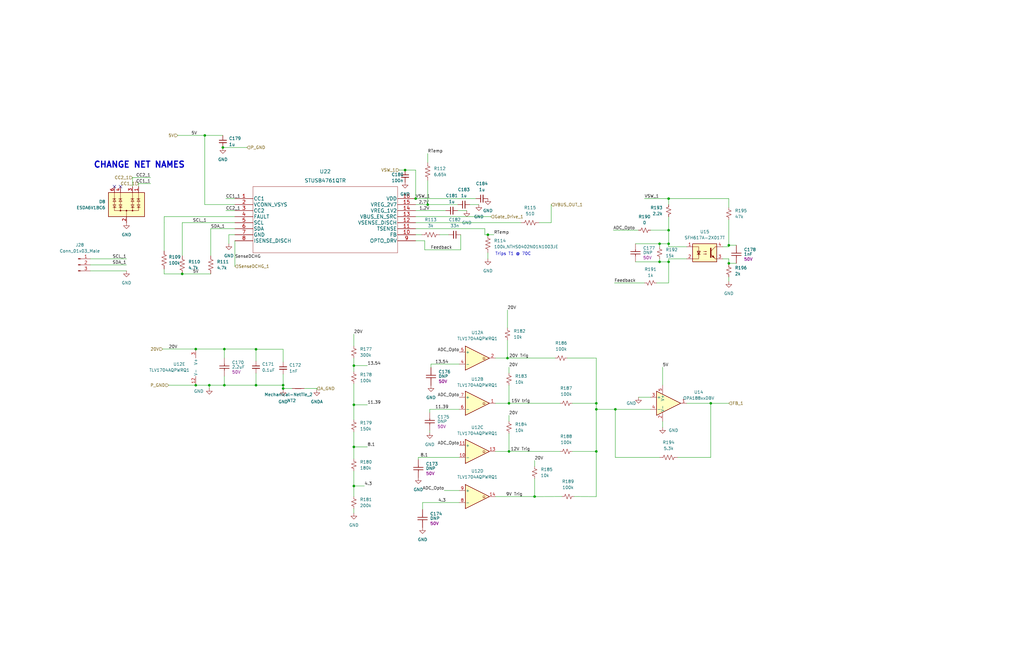
<source format=kicad_sch>
(kicad_sch (version 20230121) (generator eeschema)
  (paper "B")
  (lib_symbols
    (symbol "Amplifier_Operational:OPA188xxDBV" (pin_names (offset 0.127))
      (property "Reference" "U" (at 0 5.08 0))
      (property "Value" "OPA188xxDBV" (at 0 -5.08 0))
      (symbol "OPA188xxDBV_0_1"
        (polyline (pts (xy -5.08 5.08) (xy 5.08 0) (xy -5.08 -5.08) (xy -5.08 5.08)) (stroke (width 0.254)) (fill (type background)))
        (pin power_in line (at -2.54 -7.62 90) (length 3.81) (name "V-") (number "2"))
        (pin power_in line (at -2.54 7.62 270) (length 3.81) (name "V+") (number "5"))
      )
      (symbol "OPA188xxDBV_1_1"
        (pin output line (at 7.62 0 180) (length 2.54) (name "~") (number "1"))
        (pin input line (at -7.62 2.54 0) (length 2.54) (name "+") (number "3"))
        (pin input line (at -7.62 -2.54 0) (length 2.54) (name "-") (number "4"))
      )
    )
    (symbol "BCU_AltiumImport-altium-import:0_Cap"
      (property "Value" "0_Cap" (at 0 0 0))
      (symbol "0_Cap_1_0"
        (polyline (pts (xy -2.032 -3.302) (xy 2.032 -3.302)) (stroke (width 0.254)))
        (polyline (pts (xy 0 -5.08) (xy 0 -4.318)) (stroke (width 0.254)))
        (polyline (pts (xy 0 -2.54) (xy 0 -3.302)) (stroke (width 0.254)))
        (polyline (pts (xy 2.032 -4.318) (xy -2.032 -4.318)) (stroke (width 0.254)))
        (pin passive line (at 0 0 270) (length 2.54) (name "1") (number "1"))
        (pin passive line (at 0 -7.62 90) (length 2.54) (name "2") (number "2"))
      )
    )
    (symbol "Comparator:LM339" (pin_names (offset 0.127))
      (property "Reference" "U" (at 0 5.08 0))
      (property "Value" "LM339" (at 0 -5.08 0))
      (symbol "LM339_1_1"
        (polyline (pts (xy -5.08 5.08) (xy 5.08 0) (xy -5.08 -5.08) (xy -5.08 5.08)) (stroke (width 0.254)) (fill (type background)))
        (polyline (pts (xy 3.302 -0.508) (xy 2.794 -0.508) (xy 3.302 0) (xy 2.794 0.508) (xy 2.286 0) (xy 2.794 -0.508) (xy 2.286 -0.508)) (stroke (width 0.127)))
        (pin open_collector line (at 7.62 0 180) (length 2.54) (name "~") (number "2"))
        (pin input line (at -7.62 -2.54 0) (length 2.54) (name "-") (number "4"))
        (pin input line (at -7.62 2.54 0) (length 2.54) (name "+") (number "5"))
      )
      (symbol "LM339_2_1"
        (polyline (pts (xy -5.08 5.08) (xy 5.08 0) (xy -5.08 -5.08) (xy -5.08 5.08)) (stroke (width 0.254)) (fill (type background)))
        (polyline (pts (xy 3.302 -0.508) (xy 2.794 -0.508) (xy 3.302 0) (xy 2.794 0.508) (xy 2.286 0) (xy 2.794 -0.508) (xy 2.286 -0.508)) (stroke (width 0.127)))
        (pin open_collector line (at 7.62 0 180) (length 2.54) (name "~") (number "1"))
        (pin input line (at -7.62 -2.54 0) (length 2.54) (name "-") (number "6"))
        (pin input line (at -7.62 2.54 0) (length 2.54) (name "+") (number "7"))
      )
      (symbol "LM339_3_1"
        (polyline (pts (xy -5.08 5.08) (xy 5.08 0) (xy -5.08 -5.08) (xy -5.08 5.08)) (stroke (width 0.254)) (fill (type background)))
        (polyline (pts (xy 3.302 -0.508) (xy 2.794 -0.508) (xy 3.302 0) (xy 2.794 0.508) (xy 2.286 0) (xy 2.794 -0.508) (xy 2.286 -0.508)) (stroke (width 0.127)))
        (pin input line (at -7.62 -2.54 0) (length 2.54) (name "-") (number "10"))
        (pin input line (at -7.62 2.54 0) (length 2.54) (name "+") (number "11"))
        (pin open_collector line (at 7.62 0 180) (length 2.54) (name "~") (number "13"))
      )
      (symbol "LM339_4_1"
        (polyline (pts (xy -5.08 5.08) (xy 5.08 0) (xy -5.08 -5.08) (xy -5.08 5.08)) (stroke (width 0.254)) (fill (type background)))
        (polyline (pts (xy 3.302 -0.508) (xy 2.794 -0.508) (xy 3.302 0) (xy 2.794 0.508) (xy 2.286 0) (xy 2.794 -0.508) (xy 2.286 -0.508)) (stroke (width 0.127)))
        (pin open_collector line (at 7.62 0 180) (length 2.54) (name "~") (number "14"))
        (pin input line (at -7.62 -2.54 0) (length 2.54) (name "-") (number "8"))
        (pin input line (at -7.62 2.54 0) (length 2.54) (name "+") (number "9"))
      )
      (symbol "LM339_5_1"
        (pin power_in line (at -2.54 -7.62 90) (length 3.81) (name "V-") (number "12"))
        (pin power_in line (at -2.54 7.62 270) (length 3.81) (name "V+") (number "3"))
      )
    )
    (symbol "Connector:Conn_01x03_Male" (pin_names (offset 1.016) hide)
      (property "Reference" "J" (at 0 5.08 0))
      (property "Value" "Conn_01x03_Male" (at 0 -5.08 0))
      (symbol "Conn_01x03_Male_1_1"
        (polyline (pts (xy 1.27 -2.54) (xy 0.8636 -2.54)) (stroke (width 0.1524)))
        (polyline (pts (xy 1.27 0) (xy 0.8636 0)) (stroke (width 0.1524)))
        (polyline (pts (xy 1.27 2.54) (xy 0.8636 2.54)) (stroke (width 0.1524)))
        (rectangle (start 0.8636 -2.413) (end 0 -2.667) (stroke (width 0.1524)) (fill (type outline)))
        (rectangle (start 0.8636 0.127) (end 0 -0.127) (stroke (width 0.1524)) (fill (type outline)))
        (rectangle (start 0.8636 2.667) (end 0 2.413) (stroke (width 0.1524)) (fill (type outline)))
        (pin passive line (at 5.08 2.54 180) (length 3.81) (name "Pin_1") (number "1"))
        (pin passive line (at 5.08 0 180) (length 3.81) (name "Pin_2") (number "2"))
        (pin passive line (at 5.08 -2.54 180) (length 3.81) (name "Pin_3") (number "3"))
      )
    )
    (symbol "Device:C_Small" (pin_numbers hide) (pin_names (offset 0.254) hide)
      (property "Reference" "C" (at 0.254 1.778 0))
      (property "Value" "C_Small" (at 0.254 -2.032 0))
      (symbol "C_Small_0_1"
        (polyline (pts (xy -1.524 -0.508) (xy 1.524 -0.508)) (stroke (width 0.3302)))
        (polyline (pts (xy -1.524 0.508) (xy 1.524 0.508)) (stroke (width 0.3048)))
      )
      (symbol "C_Small_1_1"
        (pin passive line (at 0 2.54 270) (length 2.032) (name "~") (number "1"))
        (pin passive line (at 0 -2.54 90) (length 2.032) (name "~") (number "2"))
      )
    )
    (symbol "Device:NetTie_2" (pin_numbers hide) (pin_names (offset 0) hide)
      (property "Reference" "NT" (at 0 1.27 0))
      (property "Value" "NetTie_2" (at 0 -1.27 0))
      (symbol "NetTie_2_0_1"
        (polyline (pts (xy -1.27 0) (xy 1.27 0)) (stroke (width 0.254)))
      )
      (symbol "NetTie_2_1_1"
        (pin passive line (at -2.54 0 0) (length 2.54) (name "1") (number "1"))
        (pin passive line (at 2.54 0 180) (length 2.54) (name "2") (number "2"))
      )
    )
    (symbol "Device:R_Small_US" (pin_numbers hide) (pin_names (offset 0.254) hide)
      (property "Reference" "R" (at 0.762 0.508 0))
      (property "Value" "R_Small_US" (at 0.762 -1.016 0))
      (symbol "R_Small_US_1_1"
        (polyline (pts (xy 0 0) (xy 1.016 -0.381) (xy 0 -0.762) (xy -1.016 -1.143) (xy 0 -1.524)))
        (polyline (pts (xy 0 1.524) (xy 1.016 1.143) (xy 0 0.762) (xy -1.016 0.381) (xy 0 0)))
        (pin passive line (at 0 2.54 270) (length 1.016) (name "~") (number "1"))
        (pin passive line (at 0 -2.54 90) (length 1.016) (name "~") (number "2"))
      )
    )
    (symbol "Device:R_US" (pin_numbers hide) (pin_names (offset 0))
      (property "Reference" "R" (at 2.54 0 90))
      (property "Value" "R_US" (at -2.54 0 90))
      (symbol "R_US_0_1"
        (polyline (pts (xy 0 -2.286) (xy 0 -2.54)))
        (polyline (pts (xy 0 2.286) (xy 0 2.54)))
        (polyline (pts (xy 0 -0.762) (xy 1.016 -1.143) (xy 0 -1.524) (xy -1.016 -1.905) (xy 0 -2.286)))
        (polyline (pts (xy 0 0.762) (xy 1.016 0.381) (xy 0 0) (xy -1.016 -0.381) (xy 0 -0.762)))
        (polyline (pts (xy 0 2.286) (xy 1.016 1.905) (xy 0 1.524) (xy -1.016 1.143) (xy 0 0.762)))
      )
      (symbol "R_US_1_1"
        (pin passive line (at 0 3.81 270) (length 1.27) (name "~") (number "1"))
        (pin passive line (at 0 -3.81 90) (length 1.27) (name "~") (number "2"))
      )
    )
    (symbol "Interface_USB:STUSB4761QTR" (pin_names (offset 0.254))
      (property "Reference" "U" (at 38.1 10.16 0))
      (property "Value" "STUSB4761QTR" (at 38.1 7.62 0))
      (symbol "STUSB4761QTR_1_1"
        (polyline (pts (xy 7.62 -22.86) (xy 68.58 -22.86)) (stroke (width 0.127)))
        (polyline (pts (xy 7.62 5.08) (xy 7.62 -22.86)) (stroke (width 0.127)))
        (polyline (pts (xy 68.58 -22.86) (xy 68.58 5.08)) (stroke (width 0.127)))
        (polyline (pts (xy 68.58 5.08) (xy 7.62 5.08)) (stroke (width 0.127)))
        (pin bidirectional line (at 0 0 0) (length 7.62) (name "CC1") (number "1"))
        (pin unspecified line (at 76.2 -15.24 180) (length 7.62) (name "FB") (number "10"))
        (pin unspecified line (at 76.2 -12.7 180) (length 7.62) (name "TSENSE") (number "11"))
        (pin unspecified line (at 76.2 -10.16 180) (length 7.62) (name "VSENSE_DISCH") (number "12"))
        (pin unspecified line (at 76.2 -7.62 180) (length 7.62) (name "VBUS_EN_SRC") (number "13"))
        (pin bidirectional line (at 76.2 -5.08 180) (length 7.62) (name "VREG_1V2") (number "14"))
        (pin bidirectional line (at 76.2 -2.54 180) (length 7.62) (name "VREG_2V7") (number "15"))
        (pin power_in line (at 76.2 0 180) (length 7.62) (name "VDD") (number "16"))
        (pin unspecified line (at 0 -2.54 0) (length 7.62) (name "VCONN_VSYS") (number "2"))
        (pin bidirectional line (at 0 -5.08 0) (length 7.62) (name "CC2") (number "3"))
        (pin unspecified line (at 0 -7.62 0) (length 7.62) (name "FAULT") (number "4"))
        (pin unspecified line (at 0 -10.16 0) (length 7.62) (name "SCL") (number "5"))
        (pin unspecified line (at 0 -12.7 0) (length 7.62) (name "SDA") (number "6"))
        (pin power_in line (at 0 -15.24 0) (length 7.62) (name "GND") (number "7"))
        (pin unspecified line (at 0 -17.78 0) (length 7.62) (name "ISENSE_DISCH") (number "8"))
        (pin unspecified line (at 76.2 -17.78 180) (length 7.62) (name "OPTO_DRV") (number "9"))
      )
    )
    (symbol "Isolator:SFH617A-2X017T" (pin_names (offset 1.016))
      (property "Reference" "U" (at -5.08 6.35 0))
      (property "Value" "SFH617A-2X017T" (at -5.08 -6.35 0))
      (symbol "SFH617A-2X017T_0_1"
        (rectangle (start -5.08 3.81) (end 5.08 -3.81) (stroke (width 0.254)) (fill (type background)))
        (polyline (pts (xy -3.175 -0.635) (xy -1.905 -0.635)) (stroke (width 0.254)))
        (polyline (pts (xy 2.54 0.635) (xy 4.445 2.54)))
        (polyline (pts (xy 4.445 -2.54) (xy 2.54 -0.635)) (fill (type outline)))
        (polyline (pts (xy 4.445 -2.54) (xy 5.08 -2.54)))
        (polyline (pts (xy 4.445 2.54) (xy 5.08 2.54)))
        (polyline (pts (xy -2.54 -0.635) (xy -2.54 -2.54) (xy -5.08 -2.54)))
        (polyline (pts (xy 2.54 1.905) (xy 2.54 -1.905) (xy 2.54 -1.905)) (stroke (width 0.508)))
        (polyline (pts (xy -5.08 2.54) (xy -2.54 2.54) (xy -2.54 -1.27) (xy -2.54 0.635)))
        (polyline (pts (xy -2.54 -0.635) (xy -3.175 0.635) (xy -1.905 0.635) (xy -2.54 -0.635)) (stroke (width 0.254)))
        (polyline (pts (xy -0.508 -0.508) (xy 0.762 -0.508) (xy 0.381 -0.635) (xy 0.381 -0.381) (xy 0.762 -0.508)))
        (polyline (pts (xy -0.508 0.508) (xy 0.762 0.508) (xy 0.381 0.381) (xy 0.381 0.635) (xy 0.762 0.508)))
        (polyline (pts (xy 3.048 -1.651) (xy 3.556 -1.143) (xy 4.064 -2.159) (xy 3.048 -1.651) (xy 3.048 -1.651)) (fill (type outline)))
      )
      (symbol "SFH617A-2X017T_1_1"
        (pin passive line (at -7.62 2.54 0) (length 2.54) (name "~") (number "1"))
        (pin passive line (at -7.62 -2.54 0) (length 2.54) (name "~") (number "2"))
        (pin passive line (at 7.62 -2.54 180) (length 2.54) (name "~") (number "3"))
        (pin passive line (at 7.62 2.54 180) (length 2.54) (name "~") (number "4"))
      )
    )
    (symbol "Power_Protection:ESDA6V1BC6" (pin_names hide)
      (property "Reference" "D" (at -2.54 -6.35 0))
      (property "Value" "ESDA6V1BC6" (at 1.27 -6.35 0))
      (symbol "ESDA6V1BC6_0_0"
        (pin passive line (at 0 -7.62 90) (length 2.54) (name "COM") (number "2"))
      )
      (symbol "ESDA6V1BC6_0_1"
        (rectangle (start -7.62 5.08) (end 7.62 -5.08) (stroke (width 0.254)) (fill (type background)))
        (circle (center -2.54 -2.54) (radius 0.254) (fill (type outline)))
        (circle (center 0 -2.54) (radius 0.254) (fill (type outline)))
        (polyline (pts (xy -5.08 -2.54) (xy -5.08 -1.27)))
        (polyline (pts (xy -5.08 -2.54) (xy 5.08 -2.54)))
        (polyline (pts (xy -5.08 2.54) (xy -5.08 -1.27)))
        (polyline (pts (xy -5.08 5.08) (xy -5.08 2.54)))
        (polyline (pts (xy -2.54 -2.54) (xy -2.54 -1.27)))
        (polyline (pts (xy -2.54 2.54) (xy -2.54 -1.27)))
        (polyline (pts (xy -2.54 5.08) (xy -2.54 2.54)))
        (polyline (pts (xy 0 -2.54) (xy 0 -5.08)))
        (polyline (pts (xy 2.54 -2.54) (xy 2.54 -1.27)))
        (polyline (pts (xy 2.54 2.54) (xy 2.54 -1.27)))
        (polyline (pts (xy 2.54 5.08) (xy 2.54 2.54)))
        (polyline (pts (xy 5.08 -2.54) (xy 5.08 -1.27)))
        (polyline (pts (xy 5.08 2.54) (xy 5.08 -1.27)))
        (polyline (pts (xy 5.08 5.08) (xy 5.08 2.54)))
        (polyline (pts (xy -5.715 -1.016) (xy -5.715 -1.27) (xy -4.445 -1.27)))
        (polyline (pts (xy -5.715 2.54) (xy -4.445 2.54) (xy -4.445 2.286)))
        (polyline (pts (xy -3.175 -1.016) (xy -3.175 -1.27) (xy -1.905 -1.27)))
        (polyline (pts (xy -3.175 2.54) (xy -1.905 2.54) (xy -1.905 2.286)))
        (polyline (pts (xy 1.905 -1.016) (xy 1.905 -1.27) (xy 3.175 -1.27)))
        (polyline (pts (xy 1.905 2.54) (xy 3.175 2.54) (xy 3.175 2.286)))
        (polyline (pts (xy 4.445 -1.016) (xy 4.445 -1.27) (xy 5.715 -1.27)))
        (polyline (pts (xy 4.445 2.54) (xy 5.715 2.54) (xy 5.715 2.286)))
        (polyline (pts (xy -5.08 -1.27) (xy -5.715 0) (xy -4.445 0) (xy -5.08 -1.27)))
        (polyline (pts (xy -5.08 2.54) (xy -4.445 1.27) (xy -5.715 1.27) (xy -5.08 2.54)))
        (polyline (pts (xy -2.54 -1.27) (xy -3.175 0) (xy -1.905 0) (xy -2.54 -1.27)))
        (polyline (pts (xy -2.54 2.54) (xy -1.905 1.27) (xy -3.175 1.27) (xy -2.54 2.54)))
        (polyline (pts (xy 2.54 -1.27) (xy 1.905 0) (xy 3.175 0) (xy 2.54 -1.27)))
        (polyline (pts (xy 2.54 2.54) (xy 3.175 1.27) (xy 1.905 1.27) (xy 2.54 2.54)))
        (polyline (pts (xy 5.08 -1.27) (xy 4.445 0) (xy 5.715 0) (xy 5.08 -1.27)))
        (polyline (pts (xy 5.08 2.54) (xy 5.715 1.27) (xy 4.445 1.27) (xy 5.08 2.54)))
        (circle (center 2.54 -2.54) (radius 0.254) (fill (type outline)))
      )
      (symbol "ESDA6V1BC6_1_1"
        (pin passive line (at -5.08 7.62 270) (length 2.54) (name "TVS1") (number "1"))
        (pin passive line (at -2.54 7.62 270) (length 2.54) (name "TVS2") (number "3"))
        (pin passive line (at 2.54 7.62 270) (length 2.54) (name "TVS3") (number "4"))
        (pin passive line (at 0 -7.62 90) (length 2.54) hide (name "COM") (number "5"))
        (pin passive line (at 5.08 7.62 270) (length 2.54) (name "TVS4") (number "6"))
      )
    )
    (symbol "power:GND" (power) (pin_names (offset 0))
      (property "Value" "GND" (at 0 -3.81 0))
      (symbol "GND_0_1"
        (polyline (pts (xy 0 0) (xy 0 -1.27) (xy 1.27 -1.27) (xy 0 -2.54) (xy -1.27 -1.27) (xy 0 -1.27)))
      )
      (symbol "GND_1_1"
        (pin power_in line (at 0 0 270) (length 0) hide (name "GND") (number "1"))
      )
    )
    (symbol "power:GNDA" (power) (pin_names (offset 0))
      (property "Value" "GNDA" (at 0 -3.81 0))
      (symbol "GNDA_0_1"
        (polyline (pts (xy 0 0) (xy 0 -1.27) (xy 1.27 -1.27) (xy 0 -2.54) (xy -1.27 -1.27) (xy 0 -1.27)))
      )
      (symbol "GNDA_1_1"
        (pin power_in line (at 0 0 270) (length 0) hide (name "GNDA") (number "1"))
      )
    )
  )
  (junction (at 82.55 147.32))
  (junction (at 259.4916 172.72))
  (junction (at 214.63 170.18))
  (junction (at 205.74 99.06))
  (junction (at 76.835 115.57))
  (junction (at 119.38 163.9453))
  (junction (at 251.46 190.5))
  (junction (at 180.34 86.36))
  (junction (at 119.38 162.56))
  (junction (at 213.995 151.13))
  (junction (at 281.94 83.82))
  (junction (at 281.94 110.49))
  (junction (at 86.36 57.15))
  (junction (at 225.425 209.55))
  (junction (at 93.98 62.23))
  (junction (at 175.26 83.82))
  (junction (at 278.13 102.87))
  (junction (at 88.265 162.56))
  (junction (at 307.34 103.505))
  (junction (at 278.13 110.49))
  (junction (at 82.55 162.56))
  (junction (at 281.94 102.87))
  (junction (at 149.225 188.595))
  (junction (at 149.225 205.105))
  (junction (at 281.94 97.155))
  (junction (at 299.72 170.18))
  (junction (at 149.225 154.305))
  (junction (at 307.34 111.125))
  (junction (at 94.615 147.32))
  (junction (at 149.225 170.815))
  (junction (at 251.46 170.18))
  (junction (at 107.95 147.3883))
  (junction (at 170.815 71.755))
  (junction (at 251.46 172.72))
  (junction (at 214.63 190.5))
  (junction (at 94.615 162.56))
  (junction (at 107.95 162.56))
  (no_connect (at 48.26 78.74))
  (no_connect (at 50.8 78.74))
  (wire (pts (xy 76.835 115.57) (xy 88.9 115.57)))
  (wire (pts (xy 278.13 110.49) (xy 278.13 109.22)))
  (wire (pts (xy 276.86 119.38) (xy 281.94 119.38)))
  (wire (pts (xy 271.78 83.82) (xy 281.94 83.82)))
  (wire (pts (xy 149.225 198.755) (xy 149.225 205.105)))
  (wire (pts (xy 279.4 180.34) (xy 279.4 177.8)))
  (wire (pts (xy 149.225 170.815) (xy 149.225 177.165)))
  (wire (pts (xy 86.36 86.36) (xy 86.36 57.15)))
  (wire (pts (xy 251.46 172.72) (xy 251.46 190.5)))
  (wire (pts (xy 149.225 205.105) (xy 153.67 205.105)))
  (wire (pts (xy 149.225 214.63) (xy 149.225 216.535)))
  (wire (pts (xy 53.34 111.76) (xy 38.1 111.76)))
  (wire (pts (xy 187.325 207.01) (xy 193.675 207.01)))
  (wire (pts (xy 180.34 76.2) (xy 180.34 86.36)))
  (wire (pts (xy 149.225 161.925) (xy 149.225 170.815)))
  (wire (pts (xy 170.815 71.755) (xy 175.26 71.755)))
  (wire (pts (xy 236.9876 209.5363) (xy 225.425 209.5741)))
  (wire (pts (xy 181.229 174.117) (xy 181.229 172.72)))
  (wire (pts (xy 225.425 194.31) (xy 225.425 196.85)))
  (wire (pts (xy 149.225 151.13) (xy 149.225 154.305)))
  (wire (pts (xy 179.07 101.6) (xy 175.26 101.6)))
  (wire (pts (xy 281.94 102.87) (xy 278.13 102.87)))
  (wire (pts (xy 149.225 188.595) (xy 149.225 193.675)))
  (wire (pts (xy 196.85 88.9) (xy 193.04 88.9)))
  (wire (pts (xy 214.63 162.56) (xy 214.63 170.18)))
  (wire (pts (xy 307.34 103.505) (xy 307.34 104.14)))
  (wire (pts (xy 267.97 102.87) (xy 278.13 102.87)))
  (wire (pts (xy 99.06 101.6) (xy 99.06 112.395)))
  (wire (pts (xy 201.93 86.36) (xy 198.12 86.36)))
  (wire (pts (xy 208.915 209.55) (xy 225.425 209.55)))
  (wire (pts (xy 299.72 170.18) (xy 289.56 170.18)))
  (wire (pts (xy 76.835 93.98) (xy 76.835 107.95)))
  (wire (pts (xy 99.06 99.06) (xy 96.52 99.06)))
  (wire (pts (xy 181.737 153.67) (xy 193.675 153.67)))
  (wire (pts (xy 181.737 155.067) (xy 181.737 153.67)))
  (wire (pts (xy 259.4916 172.72) (xy 259.4916 193.04)))
  (wire (pts (xy 251.46 151.13) (xy 251.46 170.18)))
  (wire (pts (xy 281.94 109.22) (xy 289.56 109.22)))
  (wire (pts (xy 107.95 157.48) (xy 107.95 162.56)))
  (wire (pts (xy 278.13 193.04) (xy 259.4916 193.04)))
  (wire (pts (xy 149.225 205.105) (xy 149.225 209.55)))
  (wire (pts (xy 177.2849 193.0384) (xy 193.675 193.04)))
  (wire (pts (xy 96.52 99.06) (xy 96.52 102.87)))
  (wire (pts (xy 214.63 170.18) (xy 236.22 170.18)))
  (wire (pts (xy 181.229 172.72) (xy 193.675 172.72)))
  (wire (pts (xy 307.34 111.125) (xy 310.515 111.125)))
  (wire (pts (xy 225.425 209.5741) (xy 225.425 209.55)))
  (wire (pts (xy 208.915 190.5) (xy 214.63 190.5)))
  (wire (pts (xy 180.34 86.36) (xy 175.26 86.36)))
  (wire (pts (xy 307.34 116.84) (xy 307.34 118.745)))
  (wire (pts (xy 307.34 104.14) (xy 304.8 104.14)))
  (wire (pts (xy 119.38 163.9453) (xy 119.38 164.465)))
  (wire (pts (xy 168.275 71.755) (xy 170.815 71.755)))
  (wire (pts (xy 69.215 91.44) (xy 69.215 93.98)))
  (wire (pts (xy 251.46 190.5) (xy 251.46 209.5741)))
  (wire (pts (xy 107.95 152.4) (xy 107.95 147.3883)))
  (wire (pts (xy 251.46 172.72) (xy 251.46 170.18)))
  (wire (pts (xy 71.12 162.56) (xy 82.55 162.56)))
  (wire (pts (xy 53.34 114.3) (xy 38.1 114.3)))
  (wire (pts (xy 259.4916 172.72) (xy 274.32 172.72)))
  (wire (pts (xy 307.34 111.125) (xy 307.34 111.76)))
  (wire (pts (xy 307.34 103.505) (xy 310.515 103.505)))
  (wire (pts (xy 119.38 157.861) (xy 119.38 162.56)))
  (wire (pts (xy 176.403 193.929) (xy 176.403 193.0384)))
  (wire (pts (xy 232.41 86.36) (xy 232.41 93.98)))
  (wire (pts (xy 214.63 182.88) (xy 214.63 190.5)))
  (wire (pts (xy 82.55 147.32) (xy 94.615 147.32)))
  (wire (pts (xy 208.915 170.18) (xy 214.63 170.18)))
  (wire (pts (xy 205.74 99.06) (xy 208.28 99.06)))
  (wire (pts (xy 204.47 96.52) (xy 204.47 99.06)))
  (wire (pts (xy 281.94 83.82) (xy 281.94 86.36)))
  (wire (pts (xy 178.181 212.09) (xy 193.675 212.09)))
  (wire (pts (xy 86.36 57.15) (xy 74.93 57.15)))
  (wire (pts (xy 149.225 154.305) (xy 149.225 156.845)))
  (wire (pts (xy 119.38 147.3883) (xy 107.95 147.3883)))
  (wire (pts (xy 279.4 154.94) (xy 279.4 162.56)))
  (wire (pts (xy 149.225 182.245) (xy 149.225 188.595)))
  (wire (pts (xy 181.229 182.499) (xy 181.229 181.737)))
  (wire (pts (xy 214.63 190.5) (xy 236.22 190.5)))
  (wire (pts (xy 149.225 188.595) (xy 154.94 188.595)))
  (wire (pts (xy 177.8 99.06) (xy 175.26 99.06)))
  (wire (pts (xy 99.06 86.36) (xy 86.36 86.36)))
  (wire (pts (xy 267.97 110.49) (xy 278.13 110.49)))
  (wire (pts (xy 307.34 109.22) (xy 307.34 111.125)))
  (wire (pts (xy 119.888 163.9453) (xy 119.38 163.9453)))
  (wire (pts (xy 251.46 190.5) (xy 241.3 190.5)))
  (wire (pts (xy 239.1792 151.1178) (xy 251.46 151.13)))
  (wire (pts (xy 193.04 86.36) (xy 180.34 86.36)))
  (wire (pts (xy 69.2016 113.523) (xy 69.2016 115.57)))
  (wire (pts (xy 241.3 170.18) (xy 251.46 170.18)))
  (wire (pts (xy 278.13 102.87) (xy 278.13 104.14)))
  (wire (pts (xy 208.915 151.13) (xy 213.995 151.13)))
  (wire (pts (xy 281.94 110.49) (xy 281.94 109.22)))
  (wire (pts (xy 88.265 163.83) (xy 88.265 162.56)))
  (wire (pts (xy 207.01 91.44) (xy 175.26 91.44)))
  (wire (pts (xy 194.31 105.41) (xy 179.07 105.41)))
  (wire (pts (xy 94.615 147.32) (xy 94.615 151.13)))
  (wire (pts (xy 281.94 91.44) (xy 281.94 97.155)))
  (wire (pts (xy 281.94 104.14) (xy 289.56 104.14)))
  (wire (pts (xy 55.88 78.74) (xy 55.88 74.93)))
  (wire (pts (xy 227.33 93.98) (xy 232.41 93.98)))
  (wire (pts (xy 189.23 99.06) (xy 185.42 99.06)))
  (wire (pts (xy 88.9 96.52) (xy 88.9 107.95)))
  (wire (pts (xy 307.34 92.71) (xy 307.34 103.505)))
  (wire (pts (xy 269.24 167.64) (xy 274.32 167.64)))
  (wire (pts (xy 82.55 162.56) (xy 88.265 162.56)))
  (wire (pts (xy 179.07 105.41) (xy 179.07 101.6)))
  (wire (pts (xy 99.06 91.44) (xy 69.215 91.44)))
  (wire (pts (xy 175.26 96.52) (xy 204.47 96.52)))
  (wire (pts (xy 278.13 110.49) (xy 281.94 110.49)))
  (wire (pts (xy 200.66 83.82) (xy 175.26 83.82)))
  (wire (pts (xy 219.71 93.98) (xy 175.26 93.98)))
  (wire (pts (xy 119.888 163.957) (xy 119.888 163.9453)))
  (wire (pts (xy 299.72 170.18) (xy 307.34 170.18)))
  (wire (pts (xy 104.14 62.23) (xy 93.98 62.23)))
  (wire (pts (xy 274.32 97.155) (xy 281.94 97.155)))
  (wire (pts (xy 94.615 147.32) (xy 107.95 147.32)))
  (wire (pts (xy 149.225 154.305) (xy 154.94 154.305)))
  (wire (pts (xy 213.995 130.81) (xy 213.995 138.43)))
  (wire (pts (xy 214.63 154.94) (xy 214.63 157.48)))
  (wire (pts (xy 194.31 99.06) (xy 194.31 105.41)))
  (wire (pts (xy 175.26 71.755) (xy 175.26 83.82)))
  (wire (pts (xy 213.995 143.51) (xy 213.995 151.13)))
  (wire (pts (xy 299.72 193.04) (xy 299.72 170.18)))
  (wire (pts (xy 119.38 152.781) (xy 119.38 147.3883)))
  (wire (pts (xy 123.19 163.957) (xy 119.888 163.957)))
  (wire (pts (xy 94.615 162.56) (xy 107.95 162.56)))
  (wire (pts (xy 119.38 162.56) (xy 107.95 162.56)))
  (wire (pts (xy 187.96 88.9) (xy 175.26 88.9)))
  (wire (pts (xy 88.9 96.52) (xy 99.06 96.52)))
  (wire (pts (xy 119.38 162.56) (xy 119.38 163.9453)))
  (wire (pts (xy 53.34 109.22) (xy 38.1 109.22)))
  (wire (pts (xy 225.425 201.93) (xy 225.425 209.55)))
  (wire (pts (xy 58.42 78.74) (xy 58.42 77.47)))
  (wire (pts (xy 68.58 147.32) (xy 82.55 147.32)))
  (wire (pts (xy 88.265 162.56) (xy 94.615 162.56)))
  (wire (pts (xy 128.27 163.957) (xy 133.604 163.957)))
  (wire (pts (xy 93.98 57.15) (xy 86.36 57.15)))
  (wire (pts (xy 281.94 110.49) (xy 281.94 119.38)))
  (wire (pts (xy 133.604 163.957) (xy 133.604 164.465)))
  (wire (pts (xy 180.34 64.77) (xy 180.34 68.58)))
  (wire (pts (xy 63.5 77.47) (xy 58.42 77.47)))
  (wire (pts (xy 205.74 109.22) (xy 205.74 106.68)))
  (wire (pts (xy 258.6076 97.1663) (xy 269.24 97.155)))
  (wire (pts (xy 307.34 83.82) (xy 307.34 87.63)))
  (wire (pts (xy 251.46 172.72) (xy 259.4916 172.72)))
  (wire (pts (xy 95.25 88.9) (xy 99.06 88.9)))
  (wire (pts (xy 281.94 97.155) (xy 281.94 102.87)))
  (wire (pts (xy 95.25 83.82) (xy 99.06 83.82)))
  (wire (pts (xy 176.403 193.0384) (xy 177.2849 193.0384)))
  (wire (pts (xy 234.0992 151.1178) (xy 213.995 151.13)))
  (wire (pts (xy 251.46 209.5741) (xy 242.0676 209.5363)))
  (wire (pts (xy 281.94 83.82) (xy 307.34 83.82)))
  (wire (pts (xy 63.5 74.93) (xy 55.88 74.93)))
  (wire (pts (xy 285.75 193.04) (xy 299.72 193.04)))
  (wire (pts (xy 69.215 93.98) (xy 69.2016 105.903)))
  (wire (pts (xy 99.06 93.98) (xy 76.835 93.98)))
  (wire (pts (xy 259.08 119.38) (xy 271.78 119.38)))
  (wire (pts (xy 214.63 175.26) (xy 214.63 177.8)))
  (wire (pts (xy 178.181 215.011) (xy 178.181 212.09)))
  (wire (pts (xy 304.8 109.22) (xy 307.34 109.22)))
  (wire (pts (xy 94.615 158.75) (xy 94.615 162.56)))
  (wire (pts (xy 204.47 99.06) (xy 205.74 99.06)))
  (wire (pts (xy 149.225 140.97) (xy 149.225 146.05)))
  (wire (pts (xy 107.95 147.3883) (xy 107.95 147.32)))
  (wire (pts (xy 281.94 102.87) (xy 281.94 104.14)))
  (wire (pts (xy 69.2016 115.57) (xy 76.835 115.57)))
  (wire (pts (xy 149.225 170.815) (xy 154.94 170.815)))
  (text "CHANGE NET NAMES" (at 39.37 71.12 0) (effects (font (size 2.54 2.54) (thickness 0.508) bold) (justify left bottom)))
  (text "Trips T1 @ 70C" (at 208.788 107.95 0) (effects (font (size 1.27 1.27)) (justify left bottom)))
  (label "13.54" (at 154.94 154.305 0))
  (label "20V" (at 214.63 154.94 0))
  (label "13.54" (at 183.515 153.67 0))
  (label "CC2_1" (at 95.25 88.9 0))
  (label "SenseDCHG" (at 99.06 109.22 0))
  (label "ADC_Opto" (at 193.675 187.96 180))
  (label "5V" (at 279.4 154.94 0))
  (label "5V" (at 81.28 115.57 0))
  (label "CC1_1" (at 63.5 77.47 180))
  (label "20V" (at 225.425 194.31 0))
  (label "20V" (at 214.63 175.26 0))
  (label "5V" (at 80.645 57.15 0))
  (label "20V" (at 213.995 130.81 0))
  (label "Feedback" (at 259.08 119.38 0))
  (label "20V" (at 71.12 147.32 0))
  (label "VSW_1" (at 175.26 83.82 0))
  (label "20V Trig" (at 222.885 151.1246 180))
  (label "11.39" (at 183.515 172.72 0))
  (label "8.1" (at 177.2849 193.0384 0))
  (label "CC2_1" (at 63.5 74.93 180))
  (label "RTemp" (at 208.28 99.06 0))
  (label "ADC_Opto" (at 258.6076 97.1663 0))
  (label "SDA_1" (at 88.9 96.52 0))
  (label "Feedback" (at 181.61 105.41 0))
  (label "4.3" (at 153.67 205.105 0))
  (label "VSW_1" (at 271.78 83.82 0))
  (label "SCL_1" (at 81.28 93.98 0))
  (label "8.1" (at 154.94 188.595 0))
  (label "SCL_1" (at 53.34 109.22 180))
  (label "ADC_Opto" (at 193.675 148.59 180))
  (label "4.3" (at 184.785 212.09 0))
  (label "ADC_Opto" (at 187.325 207.01 180))
  (label "SDA_1" (at 53.34 111.76 180))
  (label "11.39" (at 154.94 170.815 0))
  (label "20V" (at 149.225 140.97 0))
  (label "12V Trig" (at 223.52 190.5 180))
  (label "CC1_1" (at 95.25 83.82 0))
  (label "RTemp" (at 180.34 64.77 0))
  (label "15V trig" (at 223.52 170.18 180))
  (label "2.7V" (at 176.53 86.36 0))
  (label "9V Trig" (at 213.36 209.55 0))
  (label "ADC_Opto" (at 193.675 167.64 180))
  (label "1.2V" (at 176.784 88.9 0))
  (hierarchical_label "SenseDCHG_1" (shape input) (at 99.06 112.395 0))
  (hierarchical_label "5V" (shape input) (at 74.93 57.15 180))
  (hierarchical_label "A_GND" (shape input) (at 133.604 163.957 0))
  (hierarchical_label "P_GND" (shape input) (at 71.12 162.56 180))
  (hierarchical_label "FB_1" (shape input) (at 307.34 170.18 0))
  (hierarchical_label "P_GND" (shape input) (at 104.14 62.23 0))
  (hierarchical_label "20V" (shape input) (at 68.58 147.32 180))
  (hierarchical_label "VSW_1" (shape input) (at 168.275 71.755 180))
  (hierarchical_label "Gate_Drive_1" (shape input) (at 207.01 91.44 0))
  (hierarchical_label "CC1_1" (shape input) (at 58.42 77.47 180))
  (hierarchical_label "CC2_1" (shape input) (at 55.88 74.93 180))
  (hierarchical_label "VBUS_OUT_1" (shape input) (at 232.41 86.36 0))
  (symbol (lib_id "power:GND") (at 201.93 86.36 0) (unit 1)
    (property "Reference" "#PWR0211" (effects hide))
    (property "Value" "GND" (at 201.93 91.44 0))
  )
  (symbol (lib_id "Device:R_Small_US") (at 149.225 212.09 0) (unit 1)
    (property "Reference" "R181" (at 151.765 210.8199 0) (effects (justify left)))
    (property "Value" "200k" (at 151.765 213.3599 0) (effects (justify left)))
    (property "Footprint" "Resistor_SMD:R_0402_1005Metric_Pad0.72x0.64mm_HandSolder" (effects hide))
    (property "MANUFACTURER" "YAGEO" (effects hide))
    (property "MANUFACTURER PARTNO" "RT0603FRD07200KL" (effects hide))
    (property "Part Name" "RC0402JR-13200KL" (effects hide))
  )
  (symbol (lib_id "BCU_AltiumImport-altium-import:0_Cap") (at 181.229 174.117 0) (unit 1)
    (property "Reference" "C175" (at 184.404 176.657 0) (effects (justify left bottom)))
    (property "Value" "DNP" (at 184.404 178.562 0) (effects (justify left bottom)))
    (property "Footprint" "Capacitor_SMD:C_0402_1005Metric" (effects hide))
    (property "MANUFACTURER PARTNO" "C2012JB1H155M125AB" (effects hide))
    (property "DIELECTRIC" "JB" (effects hide))
    (property "CAPACITANCE" "1.5uF" (effects hide))
    (property "VOLTAGE" "50V" (at 184.404 180.721 0) (effects (justify left bottom)))
    (property "IDENTIFIER" "1.5uF 50V +/-20% 0805" (effects hide))
    (property "MANUFACTURER" "TDK" (effects hide))
    (property "TOLERANCE" "+/-20%" (effects hide))
    (property "MOUNTING TECHNOLOGY" "SMT" (effects hide))
    (property "MFG" "Murata Electronics" (effects hide))
    (property "Part Name" "GRM1555CYA103GE01D" (effects hide))
  )
  (symbol (lib_id "Device:R_US") (at 205.74 102.87 0) (unit 1)
    (property "Reference" "R114" (at 208.28 101.5999 0) (effects (justify left)))
    (property "Value" "100k,NTHS0402N01N1003JE" (at 208.28 104.1399 0) (effects (justify left)))
    (property "Footprint" "Resistor_SMD:R_0402_1005Metric" (effects hide))
  )
  (symbol (lib_id "BCU_AltiumImport-altium-import:0_Cap") (at 267.97 102.87 0) (unit 1)
    (property "Reference" "C177" (at 271.145 105.41 0) (effects (justify left bottom)))
    (property "Value" "DNP" (at 271.145 107.315 0) (effects (justify left bottom)))
    (property "Footprint" "Capacitor_SMD:C_0402_1005Metric" (effects hide))
    (property "MANUFACTURER PARTNO" "DNP" (effects hide))
    (property "DIELECTRIC" "X8R" (effects hide))
    (property "CAPACITANCE" "DNP" (effects hide))
    (property "VOLTAGE" "50V" (at 271.145 109.474 0) (effects (justify left bottom)))
    (property "IDENTIFIER" "DNP" (effects hide))
    (property "MANUFACTURER" "DNP" (effects hide))
    (property "TOLERANCE" "+/-20%" (effects hide))
    (property "MOUNTING TECHNOLOGY" "SMT" (effects hide))
  )
  (symbol (lib_id "Device:C_Small") (at 170.815 74.295 0) (unit 1)
    (property "Reference" "C180" (at 165.1 73.66 0) (effects (justify left)))
    (property "Value" "100n" (at 165.1 76.2 0) (effects (justify left)))
    (property "Footprint" "Resistor_SMD:R_0402_1005Metric" (effects hide))
  )
  (symbol (lib_id "Device:R_Small_US") (at 214.63 160.02 0) (unit 1)
    (property "Reference" "R183" (at 217.17 158.7499 0) (effects (justify left)))
    (property "Value" "10k" (at 217.17 161.2899 0) (effects (justify left)))
    (property "Footprint" "Resistor_SMD:R_0402_1005Metric" (effects hide))
    (property "MANUFACTURER" "YAGEO" (effects hide))
    (property "MANUFACTURER PARTNO" "RC0402FR-0710KL" (effects hide))
    (property "Part Name" "RT0402DRE0710KL" (effects hide))
  )
  (symbol (lib_id "Device:R_Small_US") (at 239.5276 209.5363 90) (unit 1)
    (property "Reference" "R189" (at 239.5276 203.1863 90))
    (property "Value" "100k" (at 239.5276 205.7263 90))
    (property "Footprint" "Resistor_SMD:R_0402_1005Metric" (effects hide))
    (property "part name" "RT0603DRD07100KL" (effects hide))
    (property "MANUFACTURER" "YAGEO" (effects hide))
    (property "MANUFACTURER PARTNO" "RT0603DRD07100KL" (effects hide))
    (property "Part Name" "RT0402DRE07100KL" (effects hide))
  )
  (symbol (lib_id "Comparator:LM339") (at 201.295 209.55 0) (unit 4)
    (property "Reference" "U12" (at 201.295 198.755 0))
    (property "Value" "TLV1704AQPWRQ1" (at 201.295 201.295 0))
    (property "Footprint" "Package_SO:TSSOP-14_TLV1704AQPWRQ1" (effects hide))
    (property "Datasheet" "https://www.st.com/resource/en/datasheet/lm139.pdf" (effects hide))
    (property "MANUFACTURER" "DNP" (effects hide))
    (property "MANUFACTURER PARTNO" "DNP" (effects hide))
    (property "MFG" "Texas Instruments" (effects hide))
    (property "Part Name" "TLV1704AQPWRQ1" (effects hide))
  )
  (symbol (lib_id "Device:R_Small_US") (at 236.6392 151.1178 90) (unit 1)
    (property "Reference" "R186" (at 236.6392 144.7678 90))
    (property "Value" "100k" (at 236.6392 147.3078 90))
    (property "Footprint" "Resistor_SMD:R_0402_1005Metric" (effects hide))
    (property "part name" "RT0603DRD07100KL" (effects hide))
    (property "MANUFACTURER" "YAGEO" (effects hide))
    (property "MANUFACTURER PARTNO" "RT0603DRD07100KL" (effects hide))
    (property "Part Name" "RT0402DRE07100KL" (effects hide))
  )
  (symbol (lib_id "BCU_AltiumImport-altium-import:0_Cap") (at 94.615 151.13 0) (unit 1)
    (property "Reference" "C170" (at 97.79 153.67 0) (effects (justify left bottom)))
    (property "Value" "2.2uF" (at 97.79 155.575 0) (effects (justify left bottom)))
    (property "Footprint" "Capacitor_SMD:C_0603_1608Metric" (effects hide))
    (property "MANUFACTURER PARTNO" "C2012JB1H155M125AB" (effects hide))
    (property "DIELECTRIC" "JB" (effects hide))
    (property "CAPACITANCE" "1.5uF" (effects hide))
    (property "VOLTAGE" "50V" (at 97.79 157.734 0) (effects (justify left bottom)))
    (property "IDENTIFIER" "1.5uF 50V +/-20% 0805" (effects hide))
    (property "MANUFACTURER" "TDK" (effects hide))
    (property "TOLERANCE" "+/-20%" (effects hide))
    (property "MOUNTING TECHNOLOGY" "SMT" (effects hide))
    (property "MFG" "Murata Electronics" (effects hide))
    (property "Part Name" "GRM188R61H225ME11J" (effects hide))
  )
  (symbol (lib_id "power:GND") (at 93.98 62.23 0) (unit 1)
    (property "Reference" "#PWR0207" (effects hide))
    (property "Value" "GND" (at 93.98 67.31 0))
  )
  (symbol (lib_id "Device:R_Small_US") (at 307.34 114.3 0) (unit 1)
    (property "Reference" "R196" (at 309.88 113.0299 0) (effects (justify left)))
    (property "Value" "2k" (at 309.88 115.5699 0) (effects (justify left)))
    (property "Footprint" "Resistor_SMD:R_0402_1005Metric" (effects hide))
    (property "MANUFACTURER" "YAGEO" (effects hide))
    (property "MANUFACTURER PARTNO" "RC0402JR-072KL" (effects hide))
    (property "Part Name" "RT0402DRE072KL" (effects hide))
  )
  (symbol (lib_id "Device:R_Small_US") (at 149.225 179.705 0) (unit 1)
    (property "Reference" "R179" (at 151.765 178.4349 0) (effects (justify left)))
    (property "Value" "150k" (at 151.765 180.9749 0) (effects (justify left)))
    (property "Footprint" "Resistor_SMD:R_0402_1005Metric_Pad0.72x0.64mm_HandSolder" (effects hide))
    (property "MANUFACTURER" "YAGEO" (effects hide))
    (property "MANUFACTURER PARTNO" "RT0402BRD07150KL" (effects hide))
    (property "Part Name" "RT0402BRD07150KL" (effects hide))
  )
  (symbol (lib_id "power:GND") (at 279.4 180.34 0) (mirror y) (unit 1)
    (property "Reference" "#PWR0295" (effects hide))
    (property "Value" "GND" (at 281.94 181.6099 0) (effects (justify right)))
  )
  (symbol (lib_id "Connector:Conn_01x03_Male") (at 33.02 111.76 0) (unit 1)
    (property "Reference" "J28" (at 33.655 103.378 0))
    (property "Value" "Conn_01x03_Male" (at 33.655 105.918 0))
    (property "Footprint" "Connector_JST:JST_EH_B3B-EH-A_1x03_P2.50mm_Vertical" (effects hide))
  )
  (symbol (lib_id "power:GND") (at 205.74 83.82 0) (unit 1)
    (property "Reference" "#PWR0212" (effects hide))
    (property "Value" "GND" (at 205.74 88.9 0))
  )
  (symbol (lib_id "Device:R_Small_US") (at 149.225 148.59 0) (unit 1)
    (property "Reference" "R177" (at 151.765 147.3199 0) (effects (justify left)))
    (property "Value" "300k" (at 151.765 149.8599 0) (effects (justify left)))
    (property "Footprint" "Resistor_SMD:R_0402_1005Metric" (effects hide))
    (property "MANUFACTURER" "YAGEO" (effects hide))
    (property "MANUFACTURER PARTNO" "RE0402FRE07300KL" (effects hide))
    (property "Part Name" "RE0402FRE07300KL" (effects hide))
  )
  (symbol (lib_id "power:GND") (at 307.34 118.745 0) (mirror y) (unit 1)
    (property "Reference" "#PWR0291" (effects hide))
    (property "Value" "GND" (at 307.34 123.825 0))
  )
  (symbol (lib_id "power:GND") (at 181.229 182.499 0) (mirror y) (unit 1)
    (property "Reference" "#PWR0292" (effects hide))
    (property "Value" "GND" (at 181.229 187.579 0))
  )
  (symbol (lib_id "power:GNDA") (at 133.604 164.465 0) (mirror y) (unit 1)
    (property "Reference" "#PWR0286" (effects hide))
    (property "Value" "GNDA" (at 133.604 169.545 0))
  )
  (symbol (lib_id "power:GND") (at 149.225 216.535 0) (mirror y) (unit 1)
    (property "Reference" "#PWR0289" (effects hide))
    (property "Value" "GND" (at 149.225 221.615 0))
  )
  (symbol (lib_id "power:GND") (at 53.34 114.3 0) (unit 1)
    (property "Reference" "#PWR0206" (effects hide))
    (property "Value" "GND" (at 53.34 119.38 0))
  )
  (symbol (lib_id "Device:R_US") (at 223.52 93.98 90) (unit 1)
    (property "Reference" "R115" (at 223.52 87.63 90))
    (property "Value" "510" (at 223.52 90.17 90))
    (property "Footprint" "Resistor_SMD:R_0603_1608Metric_Pad0.98x0.95mm_HandSolder" (effects hide))
  )
  (symbol (lib_id "power:GND") (at 119.38 164.465 0) (unit 1)
    (property "Reference" "#PWR0285" (effects hide))
    (property "Value" "GND" (at 119.38 169.545 0))
  )
  (symbol (lib_id "Interface_USB:STUSB4761QTR") (at 99.06 83.82 0) (unit 1)
    (property "Reference" "U22" (at 137.16 72.39 0) (effects (font (size 1.524 1.524))))
    (property "Value" "STUSB4761QTR" (at 137.16 76.2 0) (effects (font (size 1.524 1.524))))
    (property "Footprint" "Package_DFN_QFN:STUSB4761QTR" (effects hide))
  )
  (symbol (lib_id "Device:R_Small_US") (at 274.32 119.38 270) (mirror x) (unit 1)
    (property "Reference" "R191" (at 274.32 113.665 90))
    (property "Value" "1k" (at 274.32 116.205 90))
    (property "Footprint" "Resistor_SMD:R_0402_1005Metric" (effects hide))
    (property "part name" "RC0603JR-071KL" (effects hide))
    (property "MANUFACTURER" "YAGEO" (effects hide))
    (property "MANUFACTURER PARTNO" "RC0402JR-071KL" (effects hide))
    (property "Part Name" "RC0402FR-071KL" (effects hide))
  )
  (symbol (lib_id "Device:R_US") (at 69.2016 109.713 0) (unit 1)
    (property "Reference" "R109" (at 71.12 108.4429 0) (effects (justify left)))
    (property "Value" "100k" (at 71.12 110.9829 0) (effects (justify left)))
    (property "Footprint" "Resistor_SMD:R_0402_1005Metric" (effects hide))
  )
  (symbol (lib_id "Device:C_Small") (at 195.58 86.36 90) (unit 1)
    (property "Reference" "C183" (at 195.5863 80.01 90))
    (property "Value" "1u" (at 195.5863 82.55 90))
    (property "Footprint" "Capacitor_SMD:C_0402_1005Metric" (effects hide))
  )
  (symbol (lib_id "power:GND") (at 178.181 222.631 0) (mirror y) (unit 1)
    (property "Reference" "#PWR0287" (effects hide))
    (property "Value" "GND" (at 178.181 227.711 0))
  )
  (symbol (lib_id "Device:R_Small_US") (at 307.34 90.17 0) (unit 1)
    (property "Reference" "R195" (at 309.88 88.8999 0) (effects (justify left)))
    (property "Value" "47k" (at 309.88 91.4399 0) (effects (justify left)))
    (property "Footprint" "Resistor_SMD:R_0402_1005Metric" (effects hide))
    (property "MANUFACTURER" "YAGEO" (effects hide))
    (property "MANUFACTURER PARTNO" "RC0402JR-0710KL" (effects hide))
    (property "Part Name" "AT0402FRE0747KL" (effects hide))
  )
  (symbol (lib_id "Device:C_Small") (at 203.2 83.82 90) (unit 1)
    (property "Reference" "C184" (at 203.2063 77.47 90))
    (property "Value" "1u" (at 203.2063 80.01 90))
    (property "Footprint" "Capacitor_SMD:C_0603_1608Metric_Pad1.08x0.95mm_HandSolder" (effects hide))
  )
  (symbol (lib_id "Comparator:LM339") (at 201.295 151.13 0) (unit 1)
    (property "Reference" "U12" (at 201.295 140.335 0))
    (property "Value" "TLV1704AQPWRQ1" (at 201.295 142.875 0))
    (property "Footprint" "Package_SO:TSSOP-14_TLV1704AQPWRQ1" (effects hide))
    (property "Datasheet" "https://www.st.com/resource/en/datasheet/lm139.pdf" (effects hide))
    (property "MANUFACTURER" "DNP" (effects hide))
    (property "MANUFACTURER PARTNO" "DNP" (effects hide))
    (property "MFG" "Texas Instruments" (effects hide))
    (property "Part Name" "TLV1704AQPWRQ1" (effects hide))
  )
  (symbol (lib_id "Comparator:LM339") (at 85.09 154.94 0) (unit 5)
    (property "Reference" "U12" (at 73.025 153.67 0) (effects (justify left)))
    (property "Value" "TLV1704AQPWRQ1" (at 62.865 156.21 0) (effects (justify left)))
    (property "Footprint" "Package_SO:TSSOP-14_TLV1704AQPWRQ1" (effects hide))
    (property "Datasheet" "https://www.st.com/resource/en/datasheet/lm139.pdf" (effects hide))
    (property "MANUFACTURER" "DNP" (effects hide))
    (property "MANUFACTURER PARTNO" "DNP" (effects hide))
    (property "MFG" "Texas Instruments" (effects hide))
    (property "Part Name" "TLV1704AQPWRQ1" (effects hide))
  )
  (symbol (lib_id "power:GND") (at 96.52 102.87 0) (unit 1)
    (property "Reference" "#PWR0208" (effects hide))
    (property "Value" "GND" (at 96.52 107.95 0))
  )
  (symbol (lib_id "Device:C_Small") (at 191.77 99.06 270) (unit 1)
    (property "Reference" "C182" (at 191.7636 92.71 90))
    (property "Value" "33n" (at 191.7636 95.25 90))
    (property "Footprint" "Capacitor_SMD:C_0402_1005Metric" (effects hide))
  )
  (symbol (lib_id "power:GND") (at 196.85 88.9 0) (unit 1)
    (property "Reference" "#PWR0210" (effects hide))
    (property "Value" "GND" (at 196.85 93.98 0))
  )
  (symbol (lib_id "Device:C_Small") (at 107.95 154.94 0) (mirror y) (unit 1)
    (property "Reference" "C171" (at 110.49 153.6762 0) (effects (justify right)))
    (property "Value" "0.1uF" (at 110.49 156.2162 0) (effects (justify right)))
    (property "Footprint" "Capacitor_SMD:C_0402_1005Metric" (effects hide))
    (property "MFG" "Murata Electronics" (effects hide))
    (property "Part Name" "GRM155R61H104ME14J" (effects hide))
    (property "MFG 2" "Yageo" (effects hide))
    (property "Part Name 2" "CC0402KRX5R9BB104" (effects hide))
  )
  (symbol (lib_id "power:GND") (at 205.74 109.22 0) (unit 1)
    (property "Reference" "#PWR0213" (effects hide))
    (property "Value" "GND" (at 205.74 114.3 0))
  )
  (symbol (lib_id "Device:R_Small_US") (at 214.63 180.34 0) (unit 1)
    (property "Reference" "R184" (at 217.17 179.0699 0) (effects (justify left)))
    (property "Value" "10k" (at 217.17 181.6099 0) (effects (justify left)))
    (property "Footprint" "Resistor_SMD:R_0402_1005Metric" (effects hide))
    (property "MANUFACTURER" "YAGEO" (effects hide))
    (property "MANUFACTURER PARTNO" "RC0402FR-0710KL" (effects hide))
    (property "Part Name" "RT0402DRE0710KL" (effects hide))
  )
  (symbol (lib_id "BCU_AltiumImport-altium-import:0_Cap") (at 176.403 193.929 0) (unit 1)
    (property "Reference" "C173" (at 179.578 196.469 0) (effects (justify left bottom)))
    (property "Value" "DNP" (at 179.578 198.374 0) (effects (justify left bottom)))
    (property "Footprint" "Capacitor_SMD:C_0402_1005Metric" (effects hide))
    (property "MANUFACTURER PARTNO" "C2012JB1H155M125AB" (effects hide))
    (property "DIELECTRIC" "JB" (effects hide))
    (property "CAPACITANCE" "1.5uF" (effects hide))
    (property "VOLTAGE" "50V" (at 179.578 200.533 0) (effects (justify left bottom)))
    (property "IDENTIFIER" "1.5uF 50V +/-20% 0805" (effects hide))
    (property "MANUFACTURER" "TDK" (effects hide))
    (property "TOLERANCE" "+/-20%" (effects hide))
    (property "MOUNTING TECHNOLOGY" "SMT" (effects hide))
    (property "MFG" "Murata Electronics" (effects hide))
    (property "Part Name" "GRM1555CYA103GE01D" (effects hide))
  )
  (symbol (lib_id "Comparator:LM339") (at 201.295 170.18 0) (unit 2)
    (property "Reference" "U12" (at 201.295 160.02 0))
    (property "Value" "TLV1704AQPWRQ1" (at 201.295 162.56 0))
    (property "Footprint" "Package_SO:TSSOP-14_TLV1704AQPWRQ1" (effects hide))
    (property "Datasheet" "https://www.st.com/resource/en/datasheet/lm139.pdf" (effects hide))
    (property "MANUFACTURER" "DNP" (effects hide))
    (property "MANUFACTURER PARTNO" "DNP" (effects hide))
    (property "MFG" "Texas Instruments" (effects hide))
    (property "Part Name" "TLV1704AQPWRQ1" (effects hide))
  )
  (symbol (lib_id "power:GND") (at 170.815 76.835 0) (unit 1)
    (property "Reference" "#PWR0209" (effects hide))
    (property "Value" "GND" (at 170.815 81.915 0))
  )
  (symbol (lib_id "Comparator:LM339") (at 201.295 190.5 0) (unit 3)
    (property "Reference" "U12" (at 201.295 180.34 0))
    (property "Value" "TLV1704AQPWRQ1" (at 201.295 182.88 0))
    (property "Footprint" "Package_SO:TSSOP-14_TLV1704AQPWRQ1" (effects hide))
    (property "Datasheet" "https://www.st.com/resource/en/datasheet/lm139.pdf" (effects hide))
    (property "MANUFACTURER" "DNP" (effects hide))
    (property "MANUFACTURER PARTNO" "DNP" (effects hide))
    (property "MFG" "Texas Instruments" (effects hide))
    (property "Part Name" "TLV1704AQPWRQ1" (effects hide))
  )
  (symbol (lib_id "power:GND") (at 53.34 93.98 0) (mirror y) (unit 1)
    (property "Reference" "#PWR0214" (effects hide))
    (property "Value" "GND" (at 53.34 99.06 0))
  )
  (symbol (lib_id "Amplifier_Operational:OPA188xxDBV") (at 281.94 170.18 0) (unit 1)
    (property "Reference" "U14" (at 294.64 165.481 0))
    (property "Value" "OPA188xxDBV" (at 294.64 168.021 0))
    (property "Footprint" "Package_TO_SOT_SMD:TSOT-23-5" (effects hide))
    (property "Datasheet" "http://www.ti.com/lit/ds/symlink/opa188.pdf" (effects hide))
  )
  (symbol (lib_id "Device:R_Small_US") (at 225.425 199.39 0) (unit 1)
    (property "Reference" "R185" (at 227.965 198.1199 0) (effects (justify left)))
    (property "Value" "10k" (at 227.965 200.6599 0) (effects (justify left)))
    (property "Footprint" "Resistor_SMD:R_0402_1005Metric" (effects hide))
    (property "MANUFACTURER" "YAGEO" (effects hide))
    (property "MANUFACTURER PARTNO" "RC0402FR-0710KL" (effects hide))
    (property "Part Name" "RT0402DRE0710KL" (effects hide))
  )
  (symbol (lib_id "power:GND") (at 176.403 201.549 0) (mirror y) (unit 1)
    (property "Reference" "#PWR0288" (effects hide))
    (property "Value" "GND" (at 176.403 206.629 0))
  )
  (symbol (lib_id "BCU_AltiumImport-altium-import:0_Cap") (at 178.181 215.011 0) (unit 1)
    (property "Reference" "C174" (at 181.356 217.551 0) (effects (justify left bottom)))
    (property "Value" "DNP" (at 181.356 219.456 0) (effects (justify left bottom)))
    (property "Footprint" "Capacitor_SMD:C_0402_1005Metric" (effects hide))
    (property "MANUFACTURER PARTNO" "C2012JB1H155M125AB" (effects hide))
    (property "DIELECTRIC" "JB" (effects hide))
    (property "CAPACITANCE" "1.5uF" (effects hide))
    (property "VOLTAGE" "50V" (at 181.356 221.615 0) (effects (justify left bottom)))
    (property "IDENTIFIER" "1.5uF 50V +/-20% 0805" (effects hide))
    (property "MANUFACTURER" "TDK" (effects hide))
    (property "TOLERANCE" "+/-20%" (effects hide))
    (property "MOUNTING TECHNOLOGY" "SMT" (effects hide))
    (property "MFG" "Murata Electronics" (effects hide))
    (property "Part Name" "GRM1555CYA103GE01D" (effects hide))
  )
  (symbol (lib_id "Device:C_Small") (at 190.5 88.9 90) (unit 1)
    (property "Reference" "C181" (at 190.5063 82.55 90))
    (property "Value" "1u" (at 190.5063 85.09 90))
    (property "Footprint" "Capacitor_SMD:C_0402_1005Metric" (effects hide))
  )
  (symbol (lib_id "power:GND") (at 269.24 167.64 0) (mirror y) (unit 1)
    (property "Reference" "#PWR0294" (effects hide))
    (property "Value" "GND" (at 264.16 170.18 0) (effects (justify right)))
  )
  (symbol (lib_id "power:GND") (at 88.265 163.83 0) (mirror y) (unit 1)
    (property "Reference" "#PWR0290" (effects hide))
    (property "Value" "GND" (at 83.82 165.1 0))
  )
  (symbol (lib_id "BCU_AltiumImport-altium-import:0_Cap") (at 181.737 155.067 0) (unit 1)
    (property "Reference" "C176" (at 184.912 157.607 0) (effects (justify left bottom)))
    (property "Value" "DNP" (at 184.912 159.512 0) (effects (justify left bottom)))
    (property "Footprint" "Capacitor_SMD:C_0402_1005Metric" (effects hide))
    (property "MANUFACTURER PARTNO" "C2012JB1H155M125AB" (effects hide))
    (property "DIELECTRIC" "JB" (effects hide))
    (property "CAPACITANCE" "1.5uF" (effects hide))
    (property "VOLTAGE" "50V" (at 184.912 161.671 0) (effects (justify left bottom)))
    (property "IDENTIFIER" "1.5uF 50V +/-20% 0805" (effects hide))
    (property "MANUFACTURER" "TDK" (effects hide))
    (property "TOLERANCE" "+/-20%" (effects hide))
    (property "MOUNTING TECHNOLOGY" "SMT" (effects hide))
    (property "MFG" "Murata Electronics" (effects hide))
    (property "Part Name" "GRM1555CYA103GE01D" (effects hide))
  )
  (symbol (lib_id "Device:NetTie_2") (at 125.73 163.957 0) (unit 1)
    (property "Reference" "NT2" (at 122.936 169.037 0))
    (property "Value" "Mechanical-NetTie_2" (at 121.666 166.497 0))
    (property "Footprint" "NetTie:NetTie-2_SMD_Pad0.5mm" (effects hide))
    (property "MFG" "DNP" (effects hide))
    (property "Part Name" "DNP" (effects hide))
  )
  (symbol (lib_id "Device:R_Small_US") (at 238.76 170.18 90) (unit 1)
    (property "Reference" "R187" (at 238.76 163.83 90))
    (property "Value" "100k" (at 238.76 166.37 90))
    (property "Footprint" "Resistor_SMD:R_0402_1005Metric" (effects hide))
    (property "part name" "RT0603DRD07100KL" (effects hide))
    (property "MANUFACTURER" "YAGEO" (effects hide))
    (property "MANUFACTURER PARTNO" "RT0603DRD07100KL" (effects hide))
    (property "Part Name" "RT0402DRE07100KL" (effects hide))
  )
  (symbol (lib_id "BCU_AltiumImport-altium-import:0_Cap") (at 310.515 103.505 0) (unit 1)
    (property "Reference" "C178" (at 313.69 106.045 0) (effects (justify left bottom)))
    (property "Value" "1nF" (at 313.69 107.95 0) (effects (justify left bottom)))
    (property "Footprint" "Capacitor_SMD:C_0402_1005Metric" (effects hide))
    (property "MANUFACTURER PARTNO" "DNP" (effects hide))
    (property "DIELECTRIC" "X8R" (effects hide))
    (property "CAPACITANCE" "DNP" (effects hide))
    (property "VOLTAGE" "50V" (at 313.69 110.109 0) (effects (justify left bottom)))
    (property "IDENTIFIER" "DNP" (effects hide))
    (property "MANUFACTURER" "DNP" (effects hide))
    (property "TOLERANCE" "+/-20%" (effects hide))
    (property "MOUNTING TECHNOLOGY" "SMT" (effects hide))
    (property "MFG" "Murata Electronics" (effects hide))
    (property "Part Name" "GCM1555C1H102GA16J" (effects hide))
  )
  (symbol (lib_id "Device:R_US") (at 76.835 111.76 0) (unit 1)
    (property "Reference" "R110" (at 79.375 110.4899 0) (effects (justify left)))
    (property "Value" "4.7k" (at 79.375 113.0299 0) (effects (justify left)))
    (property "Footprint" "Resistor_SMD:R_0402_1005Metric" (effects hide))
  )
  (symbol (lib_id "Power_Protection:ESDA6V1BC6") (at 53.34 86.36 0) (mirror y) (unit 1)
    (property "Reference" "D8" (at 44.45 85.0899 0) (effects (justify left)))
    (property "Value" "ESDA6V1BC6" (at 44.45 87.6299 0) (effects (justify left)))
    (property "Footprint" "Package_TO_SOT_SMD:SOT-23-6" (effects hide))
    (property "Datasheet" "http://www.st.com/content/ccc/resource/technical/document/datasheet/21/07/21/e3/a8/df/42/a2/CD00001906.pdf/files/CD00001906.pdf/jcr:content/translations/en.CD00001906.pdf" (effects hide))
  )
  (symbol (lib_id "Device:R_US") (at 281.94 193.04 90) (unit 1)
    (property "Reference" "R194" (at 281.94 186.69 90))
    (property "Value" "5.3k" (at 281.94 189.23 90))
    (property "Footprint" "Resistor_SMD:R_0402_1005Metric" (effects hide))
    (property "Part Name 2" "RT0402DRE075K3L" (effects hide))
    (property "MFG 2" "Yageo" (effects hide))
    (property "MFG" "Panasonic" (effects hide))
    (property "Part Name" "ERA-2AEB5361X" (effects hide))
  )
  (symbol (lib_id "Device:R_US") (at 180.34 72.39 0) (unit 1)
    (property "Reference" "R112" (at 182.88 71.1199 0) (effects (justify left)))
    (property "Value" "6.65k" (at 182.88 73.6599 0) (effects (justify left)))
    (property "Footprint" "Resistor_SMD:R_0402_1005Metric" (effects hide))
    (property "Manufacturer Part Number 1" "RT0402BRE076K65L" (effects hide))
  )
  (symbol (lib_id "Device:R_Small_US") (at 278.13 106.68 0) (unit 1)
    (property "Reference" "R192" (at 280.67 105.4099 0) (effects (justify left)))
    (property "Value" "15k" (at 280.67 107.9499 0) (effects (justify left)))
    (property "Footprint" "Resistor_SMD:R_0402_1005Metric" (effects hide))
    (property "MANUFACTURER" "YAGEO" (effects hide))
    (property "MANUFACTURER PARTNO" "RC0402JR-0715KL" (effects hide))
    (property "MFG" "Bourns" (effects hide))
    (property "Part Name" "CR0402-JW-153GLF" (effects hide))
  )
  (symbol (lib_id "power:GND") (at 181.737 162.687 0) (mirror y) (unit 1)
    (property "Reference" "#PWR0293" (effects hide))
    (property "Value" "GND" (at 181.737 167.767 0))
  )
  (symbol (lib_id "Device:R_US") (at 181.61 99.06 90) (unit 1)
    (property "Reference" "R113" (at 181.61 92.71 90))
    (property "Value" "3k" (at 181.61 95.25 90))
    (property "Footprint" "Resistor_SMD:R_0402_1005Metric" (effects hide))
  )
  (symbol (lib_id "Device:R_Small_US") (at 149.225 196.215 0) (unit 1)
    (property "Reference" "R180" (at 151.765 194.9449 0) (effects (justify left)))
    (property "Value" "180k" (at 151.765 197.4849 0) (effects (justify left)))
    (property "Footprint" "Resistor_SMD:R_0402_1005Metric_Pad0.72x0.64mm_HandSolder" (effects hide))
    (property "MANUFACTURER" "YAGEO" (effects hide))
    (property "MANUFACTURER PARTNO" "RT0603DRD07180KL" (effects hide))
    (property "Part Name" "RT0402FRE07180KL" (effects hide))
  )
  (symbol (lib_id "Device:R_Small_US") (at 271.78 97.155 90) (unit 1)
    (property "Reference" "R190" (at 271.78 91.44 90))
    (property "Value" "0" (at 271.78 93.98 90))
    (property "Footprint" "Resistor_SMD:R_0402_1005Metric" (effects hide))
    (property "MANUFACTURER" "YAGEO" (effects hide))
    (property "Part Name" "RC0402JR-130RL" (effects hide))
  )
  (symbol (lib_id "Isolator:SFH617A-2X017T") (at 297.18 106.68 0) (unit 1)
    (property "Reference" "U15" (at 297.18 97.79 0))
    (property "Value" "SFH617A-2X017T" (at 297.18 100.33 0))
    (property "Footprint" "Package_DIP:SMDIP-4_W9.53mm_Clearance8mm" (effects hide))
    (property "Datasheet" "http://www.vishay.com/docs/83740/sfh617a.pdf" (effects hide))
    (property "MFG" "Vishay Semiconductors" (effects hide))
    (property "Part Name" "SFH617A-2X017T" (effects hide))
  )
  (symbol (lib_id "Device:R_US") (at 88.9 111.76 0) (unit 1)
    (property "Reference" "R111" (at 91.44 110.4899 0) (effects (justify left)))
    (property "Value" "4.7k" (at 91.44 113.0299 0) (effects (justify left)))
    (property "Footprint" "Resistor_SMD:R_0402_1005Metric" (effects hide))
  )
  (symbol (lib_id "Device:R_Small_US") (at 149.225 159.385 0) (unit 1)
    (property "Reference" "R178" (at 151.765 158.1149 0) (effects (justify left)))
    (property "Value" "100k" (at 151.765 160.6549 0) (effects (justify left)))
    (property "Footprint" "Resistor_SMD:R_0402_1005Metric" (effects hide))
    (property "part name" "RT0603DRD07100KL" (effects hide))
    (property "MANUFACTURER" "YAGEO" (effects hide))
    (property "MANUFACTURER PARTNO" "RT0603DRD07100KL" (effects hide))
    (property "Part Name" "RT0402DRE07100KL" (effects hide))
  )
  (symbol (lib_id "Device:R_Small_US") (at 213.995 140.97 0) (unit 1)
    (property "Reference" "R182" (at 216.535 139.6999 0) (effects (justify left)))
    (property "Value" "10k" (at 216.535 142.2399 0) (effects (justify left)))
    (property "Footprint" "Resistor_SMD:R_0402_1005Metric" (effects hide))
    (property "MANUFACTURER" "YAGEO" (effects hide))
    (property "MANUFACTURER PARTNO" "RC0402FR-0710KL" (effects hide))
    (property "Part Name" "RT0402DRE0710KL" (effects hide))
  )
  (symbol (lib_id "Device:C_Small") (at 119.38 155.321 0) (mirror y) (unit 1)
    (property "Reference" "C172" (at 121.92 154.0572 0) (effects (justify right)))
    (property "Value" "1nF" (at 121.92 156.5972 0) (effects (justify right)))
    (property "Footprint" "Capacitor_SMD:C_0402_1005Metric" (effects hide))
    (property "MFG" "Murata Electronics" (effects hide))
    (property "Part Name" "GCM1555C1H102GA16J" (effects hide))
  )
  (symbol (lib_id "Device:R_Small_US") (at 238.76 190.5 90) (unit 1)
    (property "Reference" "R188" (at 238.76 184.15 90))
    (property "Value" "100k" (at 238.76 186.69 90))
    (property "Footprint" "Resistor_SMD:R_0402_1005Metric" (effects hide))
    (property "part name" "RT0603DRD07100KL" (effects hide))
    (property "MANUFACTURER" "YAGEO" (effects hide))
    (property "MANUFACTURER PARTNO" "RT0603DRD07100KL" (effects hide))
    (property "Part Name" "RT0402DRE07100KL" (effects hide))
  )
  (symbol (lib_id "Device:R_Small_US") (at 281.94 88.9 0) (mirror x) (unit 1)
    (property "Reference" "R193" (at 279.4 87.6299 0) (effects (justify right)))
    (property "Value" "2.2k" (at 279.4 90.1699 0) (effects (justify right)))
    (property "Footprint" "Resistor_SMD:R_0402_1005Metric" (effects hide))
    (property "MANUFACTURER" "YAGEO" (effects hide))
    (property "Part Name" "RT0402FRE072K2L" (effects hide))
  )
  (symbol (lib_id "Device:C_Small") (at 93.98 59.69 0) (mirror y) (unit 1)
    (property "Reference" "C179" (at 96.52 58.4262 0) (effects (justify right)))
    (property "Value" "1u" (at 96.52 60.9662 0) (effects (justify right)))
    (property "Footprint" "Capacitor_SMD:C_0603_1608Metric_Pad1.08x0.95mm_HandSolder" (effects hide))
  )
)
</source>
